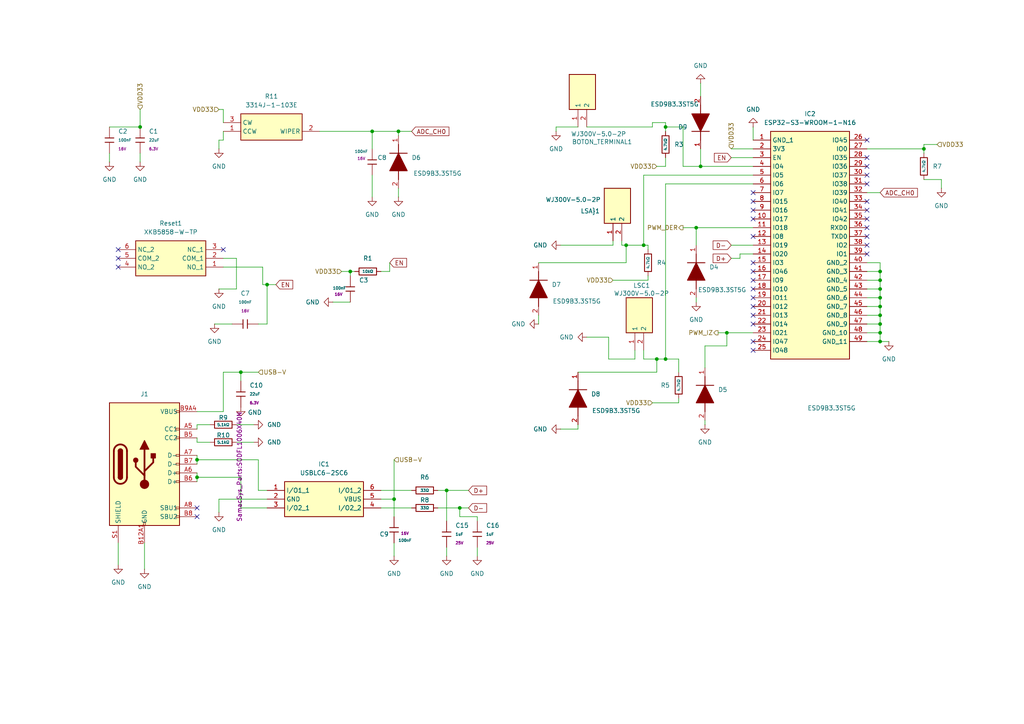
<source format=kicad_sch>
(kicad_sch (version 20250114) (generator "eeschema") (generator_version "9.0")
  (paper "A4")
  (lib_symbols
    (symbol "PCM_JLCPCB-Capacitors:0402,100nF" (pin_numbers (hide yes)) (pin_names (offset 0))
      (property "Reference" "C" (at 2.032 1.668 0))
      (property "Value" "100nF" (at 2.032 -0.3782 0))
      (property "Voltage Rated" "16V" (at 2.032 -2.0462 0))
      (symbol "0402,100nF_1_1"
        (pin passive line (at 0 3.81 270) (length 3.175) (name "~") (number "1"))
        (pin passive line (at 0 -3.81 90) (length 3.175) (name "~") (number "2"))
      )
    )
    (symbol "PCM_JLCPCB-Capacitors:0402,1uF" (pin_numbers (hide yes)) (pin_names (offset 0))
      (property "Reference" "C" (at 2.032 1.668 0))
      (property "Value" "1uF" (at 2.032 -0.3782 0))
      (property "Voltage Rated" "25V" (at 2.032 -2.0462 0))
      (symbol "0402,1uF_1_1"
        (pin passive line (at 0 3.81 270) (length 3.175) (name "~") (number "1"))
        (pin passive line (at 0 -3.81 90) (length 3.175) (name "~") (number "2"))
      )
    )
    (symbol "PCM_JLCPCB-Capacitors:0603,22uF" (pin_numbers (hide yes)) (pin_names (offset 0))
      (property "Reference" "C" (at 2.032 1.668 0))
      (property "Value" "22uF" (at 2.032 -0.3782 0))
      (property "Voltage Rated" "6.3V" (at 2.032 -2.0462 0))
      (symbol "0603,22uF_1_1"
        (pin passive line (at 0 3.81 270) (length 3.175) (name "~") (number "1"))
        (pin passive line (at 0 -3.81 90) (length 3.175) (name "~") (number "2"))
      )
    )
    (symbol "PCM_JLCPCB-Extended:Connector, USB-TYPE-C-16P"
      (property "Reference" "J" (at 2.54 2.54 0))
      (symbol "Connector, USB-TYPE-C-16P_1_1"
        (pin passive line (at -7.62 -22.86 90) (length 5.08) (name "SHIELD") (number "S1"))
        (pin passive line (at 0 -22.86 90) (length 5.08) (hide yes) (name "GND") (number "A12B1"))
        (pin passive line (at 0 -22.86 90) (length 5.08) (name "GND") (number "B12A1"))
        (pin passive line (at 15.24 15.24 180) (length 5.08) (hide yes) (name "VBUS") (number "A9B4"))
        (pin passive line (at 15.24 15.24 180) (length 5.08) (name "VBUS") (number "B9A4"))
        (pin bidirectional line (at 15.24 10.16 180) (length 5.08) (name "CC1") (number "A5"))
        (pin bidirectional line (at 15.24 7.62 180) (length 5.08) (name "CC2") (number "B5"))
        (pin bidirectional line (at 15.24 2.54 180) (length 5.08) (name "D-") (number "A7"))
        (pin bidirectional line (at 15.24 0 180) (length 5.08) (name "D-") (number "B7"))
        (pin bidirectional line (at 15.24 -2.54 180) (length 5.08) (name "D+") (number "A6"))
        (pin bidirectional line (at 15.24 -5.08 180) (length 5.08) (name "D+") (number "B6"))
        (pin bidirectional line (at 15.24 -12.7 180) (length 5.08) (name "SBU1") (number "A8"))
        (pin bidirectional line (at 15.24 -15.24 180) (length 5.08) (name "SBU2") (number "B8"))
      )
    )
    (symbol "PCM_JLCPCB-Resistors:0402,10kΩ" (pin_numbers (hide yes)) (pin_names (offset 0))
      (property "Reference" "R" (at 1.778 0 0))
      (property "Value" "10kΩ" (at 0 0 90))
      (symbol "0402,10kΩ_1_1"
        (pin passive line (at 0 3.81 270) (length 1.27) (name "~") (number "1"))
        (pin passive line (at 0 -3.81 90) (length 1.27) (name "~") (number "2"))
      )
    )
    (symbol "PCM_JLCPCB-Resistors:0402,33Ω" (pin_numbers (hide yes)) (pin_names (offset 0))
      (property "Reference" "R" (at 1.778 0 0))
      (property "Value" "33Ω" (at 0 0 90))
      (symbol "0402,33Ω_1_1"
        (pin passive line (at 0 3.81 270) (length 1.27) (name "~") (number "1"))
        (pin passive line (at 0 -3.81 90) (length 1.27) (name "~") (number "2"))
      )
    )
    (symbol "PCM_JLCPCB-Resistors:0402,4.7kΩ" (pin_numbers (hide yes)) (pin_names (offset 0))
      (property "Reference" "R" (at 1.778 0 0))
      (property "Value" "4.7kΩ" (at 0 0 90))
      (symbol "0402,4.7kΩ_1_1"
        (pin passive line (at 0 3.81 270) (length 1.27) (name "~") (number "1"))
        (pin passive line (at 0 -3.81 90) (length 1.27) (name "~") (number "2"))
      )
    )
    (symbol "PCM_JLCPCB-Resistors:0805,5.1kΩ" (pin_numbers (hide yes)) (pin_names (offset 0))
      (property "Reference" "R" (at 1.778 0 0))
      (property "Value" "5.1kΩ" (at 0 0 90))
      (symbol "0805,5.1kΩ_1_1"
        (pin passive line (at 0 3.81 270) (length 1.27) (name "~") (number "1"))
        (pin passive line (at 0 -3.81 90) (length 1.27) (name "~") (number "2"))
      )
    )
    (symbol "SamacSys_Parts:3314J-1-103E"
      (property "Reference" "R" (at 24.13 7.62 0))
      (property "Value" "3314J-1-103E" (at 24.13 5.08 0))
      (symbol "3314J-1-103E_1_1"
        (pin passive line (at 0 0 0) (length 5.08) (name "WIPER") (number "2"))
        (pin passive line (at 27.94 0 180) (length 5.08) (name "CCW") (number "1"))
        (pin passive line (at 27.94 -2.54 180) (length 5.08) (name "CW") (number "3"))
      )
    )
    (symbol "SamacSys_Parts:ESD9B3.3ST5G" (pin_names (hide yes))
      (property "Reference" "D" (at 11.43 5.08 0))
      (property "Value" "ESD9B3.3ST5G" (at 11.43 2.54 0))
      (symbol "ESD9B3.3ST5G_1_1"
        (pin passive line (at 0 0 0) (length 2.54) (name "K") (number "1"))
        (pin passive line (at 15.24 0 180) (length 2.54) (name "A") (number "2"))
      )
    )
    (symbol "SamacSys_Parts:ESP32-S3-WROOM-1-N16"
      (property "Reference" "IC" (at 29.21 7.62 0))
      (property "Value" "ESP32-S3-WROOM-1-N16" (at 29.21 5.08 0))
      (symbol "ESP32-S3-WROOM-1-N16_1_1"
        (pin passive line (at 0 0 0) (length 5.08) (name "GND_1") (number "1"))
        (pin passive line (at 0 -2.54 0) (length 5.08) (name "3V3") (number "2"))
        (pin passive line (at 0 -5.08 0) (length 5.08) (name "EN") (number "3"))
        (pin passive line (at 0 -7.62 0) (length 5.08) (name "IO4") (number "4"))
        (pin passive line (at 0 -10.16 0) (length 5.08) (name "IO5") (number "5"))
        (pin passive line (at 0 -12.7 0) (length 5.08) (name "IO6") (number "6"))
        (pin passive line (at 0 -15.24 0) (length 5.08) (name "IO7") (number "7"))
        (pin passive line (at 0 -17.78 0) (length 5.08) (name "IO15") (number "8"))
        (pin passive line (at 0 -20.32 0) (length 5.08) (name "IO16") (number "9"))
        (pin passive line (at 0 -22.86 0) (length 5.08) (name "IO17") (number "10"))
        (pin passive line (at 0 -25.4 0) (length 5.08) (name "IO18") (number "11"))
        (pin passive line (at 0 -27.94 0) (length 5.08) (name "IO8") (number "12"))
        (pin passive line (at 0 -30.48 0) (length 5.08) (name "IO19") (number "13"))
        (pin passive line (at 0 -33.02 0) (length 5.08) (name "IO20") (number "14"))
        (pin passive line (at 0 -35.56 0) (length 5.08) (name "IO3") (number "15"))
        (pin passive line (at 0 -38.1 0) (length 5.08) (name "IO46") (number "16"))
        (pin passive line (at 0 -40.64 0) (length 5.08) (name "IO9") (number "17"))
        (pin passive line (at 0 -43.18 0) (length 5.08) (name "IO10") (number "18"))
        (pin passive line (at 0 -45.72 0) (length 5.08) (name "IO11") (number "19"))
        (pin passive line (at 0 -48.26 0) (length 5.08) (name "IO12") (number "20"))
        (pin passive line (at 0 -50.8 0) (length 5.08) (name "IO13") (number "21"))
        (pin passive line (at 0 -53.34 0) (length 5.08) (name "IO14") (number "22"))
        (pin passive line (at 0 -55.88 0) (length 5.08) (name "IO21") (number "23"))
        (pin passive line (at 0 -58.42 0) (length 5.08) (name "IO47") (number "24"))
        (pin passive line (at 0 -60.96 0) (length 5.08) (name "IO48") (number "25"))
        (pin passive line (at 33.02 0 180) (length 5.08) (name "IO45") (number "26"))
        (pin passive line (at 33.02 -2.54 180) (length 5.08) (name "IO0") (number "27"))
        (pin passive line (at 33.02 -5.08 180) (length 5.08) (name "IO35") (number "28"))
        (pin passive line (at 33.02 -7.62 180) (length 5.08) (name "IO36") (number "29"))
        (pin passive line (at 33.02 -10.16 180) (length 5.08) (name "IO37") (number "30"))
        (pin passive line (at 33.02 -12.7 180) (length 5.08) (name "IO38") (number "31"))
        (pin passive line (at 33.02 -15.24 180) (length 5.08) (name "IO39") (number "32"))
        (pin passive line (at 33.02 -17.78 180) (length 5.08) (name "IO40") (number "33"))
        (pin passive line (at 33.02 -20.32 180) (length 5.08) (name "IO41") (number "34"))
        (pin passive line (at 33.02 -22.86 180) (length 5.08) (name "IO42") (number "35"))
        (pin passive line (at 33.02 -25.4 180) (length 5.08) (name "RXD0") (number "36"))
        (pin passive line (at 33.02 -27.94 180) (length 5.08) (name "TXD0") (number "37"))
        (pin passive line (at 33.02 -30.48 180) (length 5.08) (name "IO2") (number "38"))
        (pin passive line (at 33.02 -33.02 180) (length 5.08) (name "IO1") (number "39"))
        (pin passive line (at 33.02 -35.56 180) (length 5.08) (name "GND_2") (number "40"))
        (pin passive line (at 33.02 -38.1 180) (length 5.08) (name "GND_3") (number "41"))
        (pin passive line (at 33.02 -40.64 180) (length 5.08) (name "GND_4") (number "42"))
        (pin passive line (at 33.02 -43.18 180) (length 5.08) (name "GND_5") (number "43"))
        (pin passive line (at 33.02 -45.72 180) (length 5.08) (name "GND_6") (number "44"))
        (pin passive line (at 33.02 -48.26 180) (length 5.08) (name "GND_7") (number "45"))
        (pin passive line (at 33.02 -50.8 180) (length 5.08) (name "GND_8") (number "46"))
        (pin passive line (at 33.02 -53.34 180) (length 5.08) (name "GND_9") (number "47"))
        (pin passive line (at 33.02 -55.88 180) (length 5.08) (name "GND_10") (number "48"))
        (pin passive line (at 33.02 -58.42 180) (length 5.08) (name "GND_11") (number "49"))
      )
    )
    (symbol "SamacSys_Parts:USBLC6-2SC6"
      (property "Reference" "IC" (at 29.21 7.62 0))
      (property "Value" "USBLC6-2SC6" (at 29.21 5.08 0))
      (symbol "USBLC6-2SC6_1_1"
        (pin passive line (at 0 0 0) (length 5.08) (name "I/O1_1") (number "1"))
        (pin passive line (at 0 -2.54 0) (length 5.08) (name "GND") (number "2"))
        (pin passive line (at 0 -5.08 0) (length 5.08) (name "I/O2_1") (number "3"))
        (pin passive line (at 33.02 0 180) (length 5.08) (name "I/O1_2") (number "6"))
        (pin passive line (at 33.02 -2.54 180) (length 5.08) (name "VBUS") (number "5"))
        (pin passive line (at 33.02 -5.08 180) (length 5.08) (name "I/O2_2") (number "4"))
      )
    )
    (symbol "SamacSys_Parts:WJ300V-5.0-2P"
      (property "Reference" "J" (at 16.51 7.62 0))
      (property "Value" "WJ300V-5.0-2P" (at 16.51 5.08 0))
      (symbol "WJ300V-5.0-2P_1_1"
        (pin passive line (at 0 0 0) (length 5.08) (name "1") (number "1"))
        (pin passive line (at 0 -2.54 0) (length 5.08) (name "2") (number "2"))
      )
    )
    (symbol "SamacSys_Parts:XKB5858-W-TP"
      (property "Reference" "S" (at 26.67 7.62 0))
      (property "Value" "XKB5858-W-TP" (at 26.67 5.08 0))
      (symbol "XKB5858-W-TP_1_1"
        (pin passive line (at 0 0 0) (length 5.08) (name "NO_1") (number "1"))
        (pin passive line (at 0 -2.54 0) (length 5.08) (name "COM_1") (number "2"))
        (pin passive line (at 0 -5.08 0) (length 5.08) (name "NC_1") (number "3"))
        (pin passive line (at 30.48 0 180) (length 5.08) (name "NO_2") (number "4"))
        (pin passive line (at 30.48 -2.54 180) (length 5.08) (name "COM_2") (number "5"))
        (pin passive line (at 30.48 -5.08 180) (length 5.08) (name "NC_2") (number "6"))
      )
    )
    (symbol "power:GND" (power) (pin_numbers (hide yes)) (pin_names (offset 0) (hide yes))
      (property "Value" "GND" (at 0 -3.81 0))
      (symbol "GND_1_1"
        (pin power_in line (at 0 0 270) (length 0) (name "~") (number "1"))
      )
    )
  )
  (junction (at 193.04 36.83))
  (junction (at 255.27 86.36))
  (junction (at 255.27 91.44))
  (junction (at 69.85 107.95))
  (junction (at 193.04 104.14))
  (junction (at 255.27 93.98))
  (junction (at 201.93 66.04))
  (junction (at 129.54 142.24))
  (junction (at 133.35 147.32))
  (junction (at 255.27 78.74))
  (junction (at 267.97 43.18))
  (junction (at 186.69 71.12))
  (junction (at 77.47 82.55))
  (junction (at 40.64 36.83))
  (junction (at 181.61 71.12))
  (junction (at 210.82 96.52))
  (junction (at 255.27 99.06))
  (junction (at 57.15 138.43))
  (junction (at 255.27 88.9))
  (junction (at 190.5 104.14))
  (junction (at 255.27 96.52))
  (junction (at 255.27 83.82))
  (junction (at 101.6 78.74))
  (junction (at 115.57 38.1))
  (junction (at 107.95 38.1))
  (junction (at 114.3 144.78))
  (junction (at 255.27 81.28))
  (junction (at 203.2 48.26))
  (junction (at 57.15 133.35))
  (no_connect (at 218.44 78.74))
  (no_connect (at 218.44 58.42))
  (no_connect (at 57.15 149.86))
  (no_connect (at 251.46 71.12))
  (no_connect (at 251.46 40.64))
  (no_connect (at 218.44 93.98))
  (no_connect (at 218.44 81.28))
  (no_connect (at 251.46 63.5))
  (no_connect (at 34.29 72.39))
  (no_connect (at 251.46 66.04))
  (no_connect (at 218.44 101.6))
  (no_connect (at 218.44 99.06))
  (no_connect (at 64.77 72.39))
  (no_connect (at 218.44 88.9))
  (no_connect (at 218.44 55.88))
  (no_connect (at 218.44 63.5))
  (no_connect (at 34.29 74.93))
  (no_connect (at 57.15 147.32))
  (no_connect (at 251.46 60.96))
  (no_connect (at 251.46 48.26))
  (no_connect (at 218.44 86.36))
  (no_connect (at 251.46 68.58))
  (no_connect (at 218.44 68.58))
  (no_connect (at 251.46 58.42))
  (no_connect (at 251.46 53.34))
  (no_connect (at 218.44 83.82))
  (no_connect (at 251.46 73.66))
  (no_connect (at 218.44 76.2))
  (no_connect (at 218.44 91.44))
  (no_connect (at 251.46 50.8))
  (no_connect (at 218.44 60.96))
  (no_connect (at 34.29 77.47))
  (no_connect (at 251.46 45.72))
  (wire (pts (xy 251.46 99.06) (xy 255.27 99.06)))
  (wire (pts (xy 167.64 107.95) (xy 190.5 107.95)))
  (wire (pts (xy 57.15 138.43) (xy 57.15 139.7)))
  (wire (pts (xy 119.38 38.1) (xy 115.57 38.1)))
  (wire (pts (xy 180.34 71.12) (xy 181.61 71.12)))
  (wire (pts (xy 176.53 97.79) (xy 176.53 104.14)))
  (wire (pts (xy 69.85 147.32) (xy 69.85 138.43)))
  (wire (pts (xy 181.61 71.12) (xy 186.69 71.12)))
  (wire (pts (xy 196.85 116.84) (xy 196.85 115.57)))
  (wire (pts (xy 193.04 35.56) (xy 193.04 36.83)))
  (wire (pts (xy 203.2 48.26) (xy 198.12 48.26)))
  (wire (pts (xy 204.47 106.68) (xy 204.47 100.33)))
  (wire (pts (xy 255.27 99.06) (xy 257.81 99.06)))
  (wire (pts (xy 60.96 128.27) (xy 57.15 128.27)))
  (wire (pts (xy 69.85 107.95) (xy 69.85 110.49)))
  (wire (pts (xy 138.43 149.86) (xy 133.35 149.86)))
  (wire (pts (xy 204.47 100.33) (xy 210.82 100.33)))
  (wire (pts (xy 255.27 76.2) (xy 255.27 78.74)))
  (wire (pts (xy 99.06 78.74) (xy 101.6 78.74)))
  (wire (pts (xy 170.18 97.79) (xy 176.53 97.79)))
  (wire (pts (xy 110.49 147.32) (xy 119.38 147.32)))
  (wire (pts (xy 251.46 55.88) (xy 255.27 55.88)))
  (wire (pts (xy 107.95 57.15) (xy 107.95 50.8)))
  (wire (pts (xy 64.77 74.93) (xy 68.58 74.93)))
  (wire (pts (xy 76.2 82.55) (xy 77.47 82.55)))
  (wire (pts (xy 181.61 76.2) (xy 181.61 71.12)))
  (wire (pts (xy 41.91 157.48) (xy 41.91 165.1)))
  (wire (pts (xy 77.47 93.98) (xy 77.47 82.55)))
  (wire (pts (xy 57.15 137.16) (xy 57.15 138.43)))
  (wire (pts (xy 92.71 38.1) (xy 107.95 38.1)))
  (wire (pts (xy 212.09 71.12) (xy 218.44 71.12)))
  (wire (pts (xy 57.15 133.35) (xy 74.93 133.35)))
  (wire (pts (xy 64.77 40.64) (xy 64.77 38.1)))
  (wire (pts (xy 198.12 66.04) (xy 201.93 66.04)))
  (wire (pts (xy 251.46 43.18) (xy 267.97 43.18)))
  (wire (pts (xy 190.5 107.95) (xy 190.5 104.14)))
  (wire (pts (xy 63.5 31.75) (xy 64.77 31.75)))
  (wire (pts (xy 110.49 142.24) (xy 119.38 142.24)))
  (wire (pts (xy 203.2 24.13) (xy 203.2 27.94)))
  (wire (pts (xy 218.44 36.83) (xy 218.44 40.64)))
  (wire (pts (xy 187.96 72.39) (xy 187.96 71.12)))
  (wire (pts (xy 208.28 96.52) (xy 210.82 96.52)))
  (wire (pts (xy 138.43 158.75) (xy 138.43 161.29)))
  (wire (pts (xy 177.8 81.28) (xy 187.96 81.28)))
  (wire (pts (xy 68.58 74.93) (xy 68.58 83.82)))
  (wire (pts (xy 186.69 104.14) (xy 190.5 104.14)))
  (wire (pts (xy 64.77 77.47) (xy 76.2 77.47)))
  (wire (pts (xy 190.5 48.26) (xy 193.04 48.26)))
  (wire (pts (xy 115.57 38.1) (xy 107.95 38.1)))
  (wire (pts (xy 255.27 88.9) (xy 255.27 91.44)))
  (wire (pts (xy 255.27 91.44) (xy 255.27 93.98)))
  (wire (pts (xy 255.27 86.36) (xy 255.27 88.9)))
  (wire (pts (xy 68.58 128.27) (xy 73.66 128.27)))
  (wire (pts (xy 273.05 54.61) (xy 273.05 52.07)))
  (wire (pts (xy 210.82 96.52) (xy 218.44 96.52)))
  (wire (pts (xy 57.15 132.08) (xy 57.15 133.35)))
  (wire (pts (xy 57.15 138.43) (xy 69.85 138.43)))
  (wire (pts (xy 162.56 124.46) (xy 167.64 124.46)))
  (wire (pts (xy 156.21 76.2) (xy 181.61 76.2)))
  (wire (pts (xy 251.46 78.74) (xy 255.27 78.74)))
  (wire (pts (xy 110.49 144.78) (xy 114.3 144.78)))
  (wire (pts (xy 64.77 31.75) (xy 64.77 35.56)))
  (wire (pts (xy 170.18 36.83) (xy 189.23 36.83)))
  (wire (pts (xy 129.54 142.24) (xy 129.54 151.13)))
  (wire (pts (xy 218.44 53.34) (xy 193.04 53.34)))
  (wire (pts (xy 31.75 44.45) (xy 31.75 46.99)))
  (wire (pts (xy 129.54 142.24) (xy 135.89 142.24)))
  (wire (pts (xy 74.93 142.24) (xy 77.47 142.24)))
  (wire (pts (xy 62.23 93.98) (xy 67.31 93.98)))
  (wire (pts (xy 34.29 157.48) (xy 34.29 163.83)))
  (wire (pts (xy 115.57 38.1) (xy 115.57 39.37)))
  (wire (pts (xy 186.69 71.12) (xy 187.96 71.12)))
  (wire (pts (xy 190.5 104.14) (xy 193.04 104.14)))
  (wire (pts (xy 218.44 50.8) (xy 186.69 50.8)))
  (wire (pts (xy 198.12 48.26) (xy 198.12 36.83)))
  (wire (pts (xy 138.43 151.13) (xy 138.43 149.86)))
  (wire (pts (xy 69.85 107.95) (xy 74.93 107.95)))
  (wire (pts (xy 184.15 101.6) (xy 184.15 104.14)))
  (wire (pts (xy 251.46 88.9) (xy 255.27 88.9)))
  (wire (pts (xy 57.15 133.35) (xy 57.15 134.62)))
  (wire (pts (xy 187.96 81.28) (xy 187.96 80.01)))
  (wire (pts (xy 127 142.24) (xy 129.54 142.24)))
  (wire (pts (xy 63.5 40.64) (xy 64.77 40.64)))
  (wire (pts (xy 40.64 31.75) (xy 40.64 36.83)))
  (wire (pts (xy 101.6 80.01) (xy 101.6 78.74)))
  (wire (pts (xy 167.64 36.83) (xy 161.29 36.83)))
  (wire (pts (xy 210.82 100.33) (xy 210.82 96.52)))
  (wire (pts (xy 68.58 123.19) (xy 73.66 123.19)))
  (wire (pts (xy 186.69 101.6) (xy 186.69 104.14)))
  (wire (pts (xy 176.53 104.14) (xy 184.15 104.14)))
  (wire (pts (xy 77.47 82.55) (xy 80.01 82.55)))
  (wire (pts (xy 74.93 93.98) (xy 77.47 93.98)))
  (wire (pts (xy 255.27 96.52) (xy 255.27 99.06)))
  (wire (pts (xy 110.49 78.74) (xy 113.03 78.74)))
  (wire (pts (xy 271.78 41.91) (xy 267.97 41.91)))
  (wire (pts (xy 193.04 36.83) (xy 193.04 38.1)))
  (wire (pts (xy 201.93 66.04) (xy 218.44 66.04)))
  (wire (pts (xy 203.2 43.18) (xy 203.2 48.26)))
  (wire (pts (xy 57.15 128.27) (xy 57.15 127)))
  (wire (pts (xy 127 147.32) (xy 133.35 147.32)))
  (wire (pts (xy 162.56 71.12) (xy 177.8 71.12)))
  (wire (pts (xy 198.12 36.83) (xy 193.04 36.83)))
  (wire (pts (xy 161.29 36.83) (xy 161.29 38.1)))
  (wire (pts (xy 180.34 69.85) (xy 180.34 71.12)))
  (wire (pts (xy 189.23 116.84) (xy 196.85 116.84)))
  (wire (pts (xy 69.85 147.32) (xy 77.47 147.32)))
  (wire (pts (xy 201.93 86.36) (xy 201.93 87.63)))
  (wire (pts (xy 102.87 78.74) (xy 101.6 78.74)))
  (wire (pts (xy 76.2 77.47) (xy 76.2 82.55)))
  (wire (pts (xy 255.27 83.82) (xy 255.27 86.36)))
  (wire (pts (xy 63.5 144.78) (xy 63.5 148.59)))
  (wire (pts (xy 64.77 119.38) (xy 57.15 119.38)))
  (wire (pts (xy 251.46 93.98) (xy 255.27 93.98)))
  (wire (pts (xy 218.44 48.26) (xy 203.2 48.26)))
  (wire (pts (xy 251.46 76.2) (xy 255.27 76.2)))
  (wire (pts (xy 31.75 36.83) (xy 40.64 36.83)))
  (wire (pts (xy 193.04 48.26) (xy 193.04 45.72)))
  (wire (pts (xy 255.27 78.74) (xy 255.27 81.28)))
  (wire (pts (xy 251.46 81.28) (xy 255.27 81.28)))
  (wire (pts (xy 212.09 43.18) (xy 218.44 43.18)))
  (wire (pts (xy 186.69 50.8) (xy 186.69 71.12)))
  (wire (pts (xy 212.09 45.72) (xy 218.44 45.72)))
  (wire (pts (xy 204.47 121.92) (xy 204.47 123.19)))
  (wire (pts (xy 251.46 91.44) (xy 255.27 91.44)))
  (wire (pts (xy 255.27 93.98) (xy 255.27 96.52)))
  (wire (pts (xy 115.57 54.61) (xy 115.57 57.15)))
  (wire (pts (xy 201.93 66.04) (xy 201.93 71.12)))
  (wire (pts (xy 251.46 86.36) (xy 255.27 86.36)))
  (wire (pts (xy 133.35 147.32) (xy 135.89 147.32)))
  (wire (pts (xy 177.8 69.85) (xy 177.8 71.12)))
  (wire (pts (xy 156.21 91.44) (xy 156.21 93.98)))
  (wire (pts (xy 68.58 83.82) (xy 63.5 83.82)))
  (wire (pts (xy 40.64 44.45) (xy 40.64 46.99)))
  (wire (pts (xy 114.3 149.86) (xy 114.3 144.78)))
  (wire (pts (xy 267.97 41.91) (xy 267.97 43.18)))
  (wire (pts (xy 273.05 52.07) (xy 267.97 52.07)))
  (wire (pts (xy 63.5 40.64) (xy 63.5 43.18)))
  (wire (pts (xy 255.27 81.28) (xy 255.27 83.82)))
  (wire (pts (xy 133.35 149.86) (xy 133.35 147.32)))
  (wire (pts (xy 193.04 53.34) (xy 193.04 104.14)))
  (wire (pts (xy 114.3 133.35) (xy 114.3 144.78)))
  (wire (pts (xy 251.46 83.82) (xy 255.27 83.82)))
  (wire (pts (xy 74.93 133.35) (xy 74.93 142.24)))
  (wire (pts (xy 57.15 123.19) (xy 60.96 123.19)))
  (wire (pts (xy 251.46 96.52) (xy 255.27 96.52)))
  (wire (pts (xy 196.85 104.14) (xy 196.85 107.95)))
  (wire (pts (xy 113.03 76.2) (xy 113.03 78.74)))
  (wire (pts (xy 167.64 124.46) (xy 167.64 123.19)))
  (wire (pts (xy 96.52 87.63) (xy 101.6 87.63)))
  (wire (pts (xy 57.15 124.46) (xy 57.15 123.19)))
  (wire (pts (xy 189.23 36.83) (xy 189.23 35.56)))
  (wire (pts (xy 64.77 107.95) (xy 69.85 107.95)))
  (wire (pts (xy 267.97 43.18) (xy 267.97 44.45)))
  (wire (pts (xy 107.95 38.1) (xy 107.95 43.18)))
  (wire (pts (xy 114.3 157.48) (xy 114.3 161.29)))
  (wire (pts (xy 214.63 73.66) (xy 218.44 73.66)))
  (wire (pts (xy 129.54 158.75) (xy 129.54 161.29)))
  (wire (pts (xy 214.63 74.93) (xy 214.63 73.66)))
  (wire (pts (xy 64.77 107.95) (xy 64.77 119.38)))
  (wire (pts (xy 193.04 104.14) (xy 196.85 104.14)))
  (wire (pts (xy 77.47 144.78) (xy 63.5 144.78)))
  (wire (pts (xy 212.09 74.93) (xy 214.63 74.93)))
  (wire (pts (xy 189.23 35.56) (xy 193.04 35.56)))
  (global_label "EN" (shape input) (at 80.01 82.55 0) (property "Intersheetrefs" "${INTERSHEET_REFS}" (effects (hide yes))))
  (global_label "ADC_CH0" (shape input) (at 255.27 55.88 0) (property "Intersheetrefs" "${INTERSHEET_REFS}" (effects (hide yes))))
  (global_label "EN" (shape input) (at 113.03 76.2 0) (property "Intersheetrefs" "${INTERSHEET_REFS}" (effects (hide yes))))
  (global_label "D+" (shape input) (at 212.09 74.93 180) (property "Intersheetrefs" "${INTERSHEET_REFS}" (effects (hide yes))))
  (global_label "ADC_CH0" (shape input) (at 119.38 38.1 0) (property "Intersheetrefs" "${INTERSHEET_REFS}" (effects (hide yes))))
  (global_label "D+" (shape input) (at 135.89 142.24 0) (property "Intersheetrefs" "${INTERSHEET_REFS}" (effects (hide yes))))
  (global_label "EN" (shape input) (at 212.09 45.72 180) (property "Intersheetrefs" "${INTERSHEET_REFS}" (effects (hide yes))))
  (global_label "D-" (shape input) (at 212.09 71.12 180) (property "Intersheetrefs" "${INTERSHEET_REFS}" (effects (hide yes))))
  (global_label "D-" (shape input) (at 135.89 147.32 0) (property "Intersheetrefs" "${INTERSHEET_REFS}" (effects (hide yes))))
  (hierarchical_label "USB-V" (shape input) (at 114.3 133.35 0))
  (hierarchical_label "VDD33" (shape input) (at 190.5 48.26 180))
  (hierarchical_label "VDD33" (shape input) (at 212.09 43.18 90))
  (hierarchical_label "USB-V" (shape input) (at 74.93 107.95 0))
  (hierarchical_label "VDD33" (shape input) (at 40.64 31.75 90))
  (hierarchical_label "VDD33" (shape input) (at 271.78 41.91 0))
  (hierarchical_label "PWM_DER" (shape output) (at 198.12 66.04 180))
  (hierarchical_label "PWM_IZ" (shape output) (at 208.28 96.52 180))
  (hierarchical_label "VDD33" (shape input) (at 63.5 31.75 180))
  (hierarchical_label "VDD33" (shape input) (at 99.06 78.74 180))
  (hierarchical_label "VDD33" (shape input) (at 177.8 81.28 180))
  (hierarchical_label "VDD33" (shape input) (at 189.23 116.84 180))
  (symbol (lib_id "power:GND") (at 115.57 57.15 0) (unit 1)
    (property "Reference" "#PWR038" (effects (hide yes)))
    (property "Value" "GND" (at 115.57 62.23 0))
    (property "Description" "Power symbol creates a global label with name \"GND\" , ground" (effects (hide yes)))
  )
  (symbol (lib_id "SamacSys_Parts:ESD9B3.3ST5G") (at 204.47 106.68 270) (unit 1)
    (property "Reference" "D5" (at 208.28 113.0299 90) (effects (justify left)))
    (property "Value" "ESD9B3.3ST5G" (at 234.188 118.364 90) (effects (justify left)))
    (property "Footprint" "SamacSys_Parts:SODFL1006X40N" (effects (hide yes)))
    (property "Datasheet" "https://www.onsemi.com/pub/Collateral/ESD9B-D.PDF" (effects (hide yes)))
    (property "Description" "SZ Prefix for Automotive and Other Applications Requiring Unique Site and Control Change Requirements ; AECQ101 Qualified and PPAP Capable ; This is a PbFree Device; Low Capacitance 15 pF; Low Clamping Voltage; Small Body Outline Dimensions: 0.039 x 0.024 (1.0mm x 0.60mm); Low Body Height: 0.016 (0.4 mm); Response Time is < 1 ns; IEC6100042 Level 4 ESD Protection; Low Leakage" (effects (hide yes)))
    (property "Height" "0.4" (effects (hide yes)))
    (property "Manufacturer_Name" "onsemi" (effects (hide yes)))
    (property "Manufacturer_Part_Number" "ESD9B3.3ST5G" (effects (hide yes)))
    (property "Mouser Part Number" "863-ESD9B3.3ST5G" (effects (hide yes)))
    (property "Mouser Price/Stock" "https://www.mouser.co.uk/ProductDetail/onsemi/ESD9B3.3ST5G?qs=yU2N9dt%252BrfmXrPf3vhgUEA%3D%3D" (effects (hide yes)))
    (property "Arrow Part Number" "ESD9B3.3ST5G" (effects (hide yes)))
    (property "Arrow Price/Stock" "https://www.arrow.com/en/products/esd9b3.3st5g/on-semiconductor?region=nac" (effects (hide yes)))
  )
  (symbol (lib_id "power:GND") (at 63.5 83.82 0) (unit 1)
    (property "Reference" "#PWR06" (effects (hide yes)))
    (property "Value" "GND" (at 63.5 88.9 0))
    (property "Description" "Power symbol creates a global label with name \"GND\" , ground" (effects (hide yes)))
  )
  (symbol (lib_id "power:GND") (at 273.05 54.61 0) (unit 1)
    (property "Reference" "#PWR034" (effects (hide yes)))
    (property "Value" "GND" (at 273.05 59.69 0))
    (property "Description" "Power symbol creates a global label with name \"GND\" , ground" (effects (hide yes)))
  )
  (symbol (lib_id "PCM_JLCPCB-Resistors:0402,4.7kΩ") (at 267.97 48.26 0) (unit 1)
    (property "Reference" "R7" (at 270.51 48.2599 0) (effects (justify left)))
    (property "Value" "4.7kΩ" (at 267.97 48.26 90) (effects (font (size 0.8 0.8))))
    (property "Footprint" "PCM_JLCPCB:R_0402" (effects (hide yes)))
    (property "Datasheet" "https://www.lcsc.com/datasheet/lcsc_datasheet_2206010045_UNI-ROYAL-Uniroyal-Elec-0402WGF4701TCE_C25900.pdf" (effects (hide yes)))
    (property "Description" "62.5mW Thick Film Resistors 50V ±100ppm/°C ±1% 4.7kΩ 0402 Chip Resistor - Surface Mount ROHS" (effects (hide yes)))
    (property "LCSC" "C25900" (effects (hide yes)))
    (property "Stock" "5275797" (effects (hide yes)))
    (property "Price" "0.004USD" (effects (hide yes)))
    (property "Process" "SMT" (effects (hide yes)))
    (property "Minimum Qty" "20" (effects (hide yes)))
    (property "Attrition Qty" "10" (effects (hide yes)))
    (property "Class" "Basic Component" (effects (hide yes)))
    (property "Category" "Resistors,Chip Resistor - Surface Mount" (effects (hide yes)))
    (property "Manufacturer" "UNI-ROYAL(Uniroyal Elec)" (effects (hide yes)))
    (property "Part" "0402WGF4701TCE" (effects (hide yes)))
    (property "Resistance" "4.7kΩ" (effects (hide yes)))
    (property "Power(Watts)" "62.5mW" (effects (hide yes)))
    (property "Type" "Thick Film Resistors" (effects (hide yes)))
    (property "Overload Voltage (Max)" "50V" (effects (hide yes)))
    (property "Operating Temperature Range" "-55°C~+155°C" (effects (hide yes)))
    (property "Tolerance" "±1%" (effects (hide yes)))
    (property "Temperature Coefficient" "±100ppm/°C" (effects (hide yes)))
  )
  (symbol (lib_id "power:GND") (at 69.85 118.11 0) (unit 1)
    (property "Reference" "#PWR023" (effects (hide yes)))
    (property "Value" "GND" (at 73.914 119.634 0))
    (property "Description" "Power symbol creates a global label with name \"GND\" , ground" (effects (hide yes)))
  )
  (symbol (lib_id "power:GND") (at 63.5 148.59 0) (unit 1)
    (property "Reference" "#PWR015" (effects (hide yes)))
    (property "Value" "GND" (at 63.5 153.67 0))
    (property "Description" "Power symbol creates a global label with name \"GND\" , ground" (effects (hide yes)))
  )
  (symbol (lib_id "SamacSys_Parts:ESD9B3.3ST5G") (at 203.2 43.18 90) (unit 1)
    (property "Reference" "D9" (at 199.39 36.8301 90) (effects (justify left)))
    (property "Value" "ESD9B3.3ST5G" (at 202.692 30.226 90) (effects (justify left)))
    (property "Footprint" "SamacSys_Parts:SODFL1006X40N" (effects (hide yes)))
    (property "Datasheet" "https://www.onsemi.com/pub/Collateral/ESD9B-D.PDF" (effects (hide yes)))
    (property "Description" "SZ Prefix for Automotive and Other Applications Requiring Unique Site and Control Change Requirements ; AECQ101 Qualified and PPAP Capable ; This is a PbFree Device; Low Capacitance 15 pF; Low Clamping Voltage; Small Body Outline Dimensions: 0.039 x 0.024 (1.0mm x 0.60mm); Low Body Height: 0.016 (0.4 mm); Response Time is < 1 ns; IEC6100042 Level 4 ESD Protection; Low Leakage" (effects (hide yes)))
    (property "Height" "0.4" (effects (hide yes)))
    (property "Manufacturer_Name" "onsemi" (effects (hide yes)))
    (property "Manufacturer_Part_Number" "ESD9B3.3ST5G" (effects (hide yes)))
    (property "Mouser Part Number" "863-ESD9B3.3ST5G" (effects (hide yes)))
    (property "Mouser Price/Stock" "https://www.mouser.co.uk/ProductDetail/onsemi/ESD9B3.3ST5G?qs=yU2N9dt%252BrfmXrPf3vhgUEA%3D%3D" (effects (hide yes)))
    (property "Arrow Part Number" "ESD9B3.3ST5G" (effects (hide yes)))
    (property "Arrow Price/Stock" "https://www.arrow.com/en/products/esd9b3.3st5g/on-semiconductor?region=nac" (effects (hide yes)))
  )
  (symbol (lib_id "power:GND") (at 73.66 128.27 90) (unit 1)
    (property "Reference" "#PWR010" (effects (hide yes)))
    (property "Value" "GND" (at 77.47 128.2699 90) (effects (justify right)))
    (property "Description" "Power symbol creates a global label with name \"GND\" , ground" (effects (hide yes)))
  )
  (symbol (lib_id "power:GND") (at 114.3 161.29 0) (unit 1)
    (property "Reference" "#PWR016" (effects (hide yes)))
    (property "Value" "GND" (at 114.3 166.37 0))
    (property "Description" "Power symbol creates a global label with name \"GND\" , ground" (effects (hide yes)))
  )
  (symbol (lib_id "SamacSys_Parts:WJ300V-5.0-2P") (at 167.64 36.83 90) (unit 1)
    (property "Reference" "BOTON_TERMINAL1" (at 165.862 41.148 90) (effects (justify right)))
    (property "Value" "WJ300V-5.0-2P" (at 165.608 38.862 90) (effects (justify right)))
    (property "Footprint" "SHDR2W105P0X500_1X2_1000X900X1260P" (effects (hide yes)))
    (property "Datasheet" "https://datasheet.lcsc.com/szlcsc/Ningbo-Kangnex-Elec-WJ300V-5-0-2P_C8385.pdf" (effects (hide yes)))
    (property "Description" "Screw terminal 2P RoHS" (effects (hide yes)))
    (property "Height" "12.6" (effects (hide yes)))
    (property "Manufacturer_Name" "Ningbo Kangnex" (effects (hide yes)))
    (property "Manufacturer_Part_Number" "WJ300V-5.0-2P" (effects (hide yes)))
  )
  (symbol (lib_id "SamacSys_Parts:USBLC6-2SC6") (at 77.47 142.24 0) (unit 1)
    (property "Reference" "IC1" (at 93.98 134.62 0))
    (property "Value" "USBLC6-2SC6" (at 93.98 137.16 0))
    (property "Footprint" "SamacSys_Parts:SOT95P280X145-6N" (effects (hide yes)))
    (property "Datasheet" "http://www.st.com/st-web-ui/static/active/en/resource/technical/document/datasheet/CD00050750.pdf" (effects (hide yes)))
    (property "Description" "TVS Diode Array Uni-Directional USBLC6-2SC6 17V, SOT-23 6-Pin" (effects (hide yes)))
    (property "Height" "1.45" (effects (hide yes)))
    (property "Manufacturer_Name" "STMicroelectronics" (effects (hide yes)))
    (property "Manufacturer_Part_Number" "USBLC6-2SC6" (effects (hide yes)))
    (property "Mouser Part Number" "511-USBLC6-2SC6" (effects (hide yes)))
    (property "Mouser Price/Stock" "https://www.mouser.co.uk/ProductDetail/STMicroelectronics/USBLC6-2SC6?qs=po45yt2pPpu%2FhNIlwQdTlg%3D%3D" (effects (hide yes)))
    (property "Arrow Part Number" "USBLC6-2SC6" (effects (hide yes)))
    (property "Arrow Price/Stock" "https://www.arrow.com/en/products/usblc6-2sc6/stmicroelectronics?utm_currency=USD&region=europe" (effects (hide yes)))
  )
  (symbol (lib_id "SamacSys_Parts:XKB5858-W-TP") (at 64.77 77.47 180) (unit 1)
    (property "Reference" "Reset1" (at 49.53 64.77 0))
    (property "Value" "XKB5858-W-TP" (at 49.53 67.31 0))
    (property "Footprint" "SamacSys_Parts:XKB5858WTP" (effects (hide yes)))
    (property "Datasheet" "http://www.helloxkb.com/public/images/pdf/XKB5858-X-TP.pdf" (effects (hide yes)))
    (property "Description" "Button switch 5.8x5.8x10 patch lockless high head" (effects (hide yes)))
    (property "Height" "10.6" (effects (hide yes)))
    (property "Manufacturer_Name" "XKB Connectivity" (effects (hide yes)))
    (property "Manufacturer_Part_Number" "XKB5858-W-TP" (effects (hide yes)))
  )
  (symbol (lib_id "power:GND") (at 96.52 87.63 270) (unit 1)
    (property "Reference" "#PWR019" (effects (hide yes)))
    (property "Value" "GND" (at 92.71 87.6299 90) (effects (justify right)))
    (property "Description" "Power symbol creates a global label with name \"GND\" , ground" (effects (hide yes)))
  )
  (symbol (lib_id "PCM_JLCPCB-Capacitors:0402,100nF") (at 107.95 46.99 0) (unit 1)
    (property "Reference" "C8" (at 109.474 45.72 0) (effects (justify left)))
    (property "Value" "100nF" (at 102.87 43.942 0) (effects (font (size 0.8 0.8)) (justify left)))
    (property "Footprint" "PCM_JLCPCB:C_0402" (effects (hide yes)))
    (property "Datasheet" "https://www.lcsc.com/datasheet/lcsc_datasheet_2304140030_Samsung-Electro-Mechanics-CL05B104KO5NNNC_C1525.pdf" (effects (hide yes)))
    (property "Description" "16V 100nF X7R ±10% 0402 Multilayer Ceramic Capacitors MLCC - SMD/SMT ROHS" (effects (hide yes)))
    (property "LCSC" "C1525" (effects (hide yes)))
    (property "Stock" "17299152" (effects (hide yes)))
    (property "Price" "0.004USD" (effects (hide yes)))
    (property "Process" "SMT" (effects (hide yes)))
    (property "Minimum Qty" "20" (effects (hide yes)))
    (property "Attrition Qty" "10" (effects (hide yes)))
    (property "Class" "Basic Component" (effects (hide yes)))
    (property "Category" "Capacitors,Multilayer Ceramic Capacitors MLCC - SMD/SMT" (effects (hide yes)))
    (property "Manufacturer" "Samsung Electro-Mechanics" (effects (hide yes)))
    (property "Part" "CL05B104KO5NNNC" (effects (hide yes)))
    (property "Voltage Rated" "16V" (at 103.632 45.974 0) (effects (font (size 0.8 0.8)) (justify left)))
    (property "Tolerance" "±10%" (effects (hide yes)))
    (property "Capacitance" "100nF" (effects (hide yes)))
    (property "Temperature Coefficient" "X7R" (effects (hide yes)))
  )
  (symbol (lib_id "PCM_JLCPCB-Capacitors:0603,22uF") (at 69.85 114.3 0) (unit 1)
    (property "Reference" "C10" (at 72.39 111.7599 0) (effects (justify left)))
    (property "Value" "22uF" (at 72.39 114.3 0) (effects (font (size 0.8 0.8)) (justify left)))
    (property "Footprint" "PCM_JLCPCB:C_0603" (effects (hide yes)))
    (property "Datasheet" "https://www.lcsc.com/datasheet/lcsc_datasheet_2304140030_Samsung-Electro-Mechanics-CL10A226MQ8NRNC_C59461.pdf" (effects (hide yes)))
    (property "Description" "6.3V 22uF X5R ±20% 0603 Multilayer Ceramic Capacitors MLCC - SMD/SMT ROHS" (effects (hide yes)))
    (property "LCSC" "C59461" (effects (hide yes)))
    (property "Stock" "4782535" (effects (hide yes)))
    (property "Price" "0.010USD" (effects (hide yes)))
    (property "Process" "SMT" (effects (hide yes)))
    (property "Minimum Qty" "20" (effects (hide yes)))
    (property "Attrition Qty" "10" (effects (hide yes)))
    (property "Class" "Basic Component" (effects (hide yes)))
    (property "Category" "Capacitors,Multilayer Ceramic Capacitors MLCC - SMD/SMT" (effects (hide yes)))
    (property "Manufacturer" "Samsung Electro-Mechanics" (effects (hide yes)))
    (property "Part" "CL10A226MQ8NRNC" (effects (hide yes)))
    (property "Voltage Rated" "6.3V" (at 72.39 116.84 0) (effects (font (size 0.8 0.8)) (justify left)))
    (property "Tolerance" "±20%" (effects (hide yes)))
    (property "Capacitance" "22uF" (effects (hide yes)))
    (property "Temperature Coefficient" "X5R" (effects (hide yes)))
  )
  (symbol (lib_id "power:GND") (at 204.47 123.19 0) (unit 1)
    (property "Reference" "#PWR037" (effects (hide yes)))
    (property "Value" "GND" (at 204.47 128.27 0))
    (property "Description" "Power symbol creates a global label with name \"GND\" , ground" (effects (hide yes)))
  )
  (symbol (lib_id "PCM_JLCPCB-Capacitors:0402,100nF") (at 114.3 153.67 180) (unit 1)
    (property "Reference" "C9" (at 112.776 154.94 0) (effects (justify left)))
    (property "Value" "100nF" (at 119.38 156.718 0) (effects (font (size 0.8 0.8)) (justify left)))
    (property "Footprint" "PCM_JLCPCB:C_0402" (effects (hide yes)))
    (property "Datasheet" "https://www.lcsc.com/datasheet/lcsc_datasheet_2304140030_Samsung-Electro-Mechanics-CL05B104KO5NNNC_C1525.pdf" (effects (hide yes)))
    (property "Description" "16V 100nF X7R ±10% 0402 Multilayer Ceramic Capacitors MLCC - SMD/SMT ROHS" (effects (hide yes)))
    (property "LCSC" "C1525" (effects (hide yes)))
    (property "Stock" "17299152" (effects (hide yes)))
    (property "Price" "0.004USD" (effects (hide yes)))
    (property "Process" "SMT" (effects (hide yes)))
    (property "Minimum Qty" "20" (effects (hide yes)))
    (property "Attrition Qty" "10" (effects (hide yes)))
    (property "Class" "Basic Component" (effects (hide yes)))
    (property "Category" "Capacitors,Multilayer Ceramic Capacitors MLCC - SMD/SMT" (effects (hide yes)))
    (property "Manufacturer" "Samsung Electro-Mechanics" (effects (hide yes)))
    (property "Part" "CL05B104KO5NNNC" (effects (hide yes)))
    (property "Voltage Rated" "16V" (at 118.618 154.686 0) (effects (font (size 0.8 0.8)) (justify left)))
    (property "Tolerance" "±10%" (effects (hide yes)))
    (property "Capacitance" "100nF" (effects (hide yes)))
    (property "Temperature Coefficient" "X7R" (effects (hide yes)))
  )
  (symbol (lib_id "SamacSys_Parts:ESD9B3.3ST5G") (at 115.57 39.37 270) (unit 1)
    (property "Reference" "D6" (at 119.38 45.7199 90) (effects (justify left)))
    (property "Value" "ESD9B3.3ST5G" (at 119.888 50.292 90) (effects (justify left)))
    (property "Footprint" "SamacSys_Parts:SODFL1006X40N" (effects (hide yes)))
    (property "Datasheet" "https://www.onsemi.com/pub/Collateral/ESD9B-D.PDF" (effects (hide yes)))
    (property "Description" "SZ Prefix for Automotive and Other Applications Requiring Unique Site and Control Change Requirements ; AECQ101 Qualified and PPAP Capable ; This is a PbFree Device; Low Capacitance 15 pF; Low Clamping Voltage; Small Body Outline Dimensions: 0.039 x 0.024 (1.0mm x 0.60mm); Low Body Height: 0.016 (0.4 mm); Response Time is < 1 ns; IEC6100042 Level 4 ESD Protection; Low Leakage" (effects (hide yes)))
    (property "Height" "0.4" (effects (hide yes)))
    (property "Manufacturer_Name" "onsemi" (effects (hide yes)))
    (property "Manufacturer_Part_Number" "ESD9B3.3ST5G" (effects (hide yes)))
    (property "Mouser Part Number" "863-ESD9B3.3ST5G" (effects (hide yes)))
    (property "Mouser Price/Stock" "https://www.mouser.co.uk/ProductDetail/onsemi/ESD9B3.3ST5G?qs=yU2N9dt%252BrfmXrPf3vhgUEA%3D%3D" (effects (hide yes)))
    (property "Arrow Part Number" "ESD9B3.3ST5G" (effects (hide yes)))
    (property "Arrow Price/Stock" "https://www.arrow.com/en/products/esd9b3.3st5g/on-semiconductor?region=nac" (effects (hide yes)))
  )
  (symbol (lib_id "PCM_JLCPCB-Resistors:0402,33Ω") (at 123.19 142.24 270) (unit 1)
    (property "Reference" "R6" (at 123.19 138.43 90))
    (property "Value" "33Ω" (at 123.19 142.24 90) (effects (font (size 0.8 0.8))))
    (property "Footprint" "PCM_JLCPCB:R_0402" (effects (hide yes)))
    (property "Datasheet" "https://www.lcsc.com/datasheet/lcsc_datasheet_2205311900_UNI-ROYAL-Uniroyal-Elec-0402WGF330JTCE_C25105.pdf" (effects (hide yes)))
    (property "Description" "62.5mW Thick Film Resistors 50V ±100ppm/°C ±1% 33Ω 0402 Chip Resistor - Surface Mount ROHS" (effects (hide yes)))
    (property "LCSC" "C25105" (effects (hide yes)))
    (property "Stock" "1542442" (effects (hide yes)))
    (property "Price" "0.004USD" (effects (hide yes)))
    (property "Process" "SMT" (effects (hide yes)))
    (property "Minimum Qty" "20" (effects (hide yes)))
    (property "Attrition Qty" "10" (effects (hide yes)))
    (property "Class" "Basic Component" (effects (hide yes)))
    (property "Category" "Resistors,Chip Resistor - Surface Mount" (effects (hide yes)))
    (property "Manufacturer" "UNI-ROYAL(Uniroyal Elec)" (effects (hide yes)))
    (property "Part" "0402WGF330JTCE" (effects (hide yes)))
    (property "Resistance" "33Ω" (effects (hide yes)))
    (property "Power(Watts)" "62.5mW" (effects (hide yes)))
    (property "Type" "Thick Film Resistors" (effects (hide yes)))
    (property "Overload Voltage (Max)" "50V" (effects (hide yes)))
    (property "Operating Temperature Range" "-55°C~+155°C" (effects (hide yes)))
    (property "Tolerance" "±1%" (effects (hide yes)))
    (property "Temperature Coefficient" "±100ppm/°C" (effects (hide yes)))
  )
  (symbol (lib_id "power:GND") (at 73.66 123.19 90) (unit 1)
    (property "Reference" "#PWR09" (effects (hide yes)))
    (property "Value" "GND" (at 77.47 123.1899 90) (effects (justify right)))
    (property "Description" "Power symbol creates a global label with name \"GND\" , ground" (effects (hide yes)))
  )
  (symbol (lib_id "PCM_JLCPCB-Capacitors:0402,1uF") (at 129.54 154.94 0) (unit 1)
    (property "Reference" "C15" (at 132.08 152.3999 0) (effects (justify left)))
    (property "Value" "1uF" (at 132.08 154.94 0) (effects (font (size 0.8 0.8)) (justify left)))
    (property "Footprint" "PCM_JLCPCB:C_0402" (effects (hide yes)))
    (property "Datasheet" "https://www.lcsc.com/datasheet/lcsc_datasheet_2304140030_Samsung-Electro-Mechanics-CL05A105KA5NQNC_C52923.pdf" (effects (hide yes)))
    (property "Description" "25V 1uF X5R ±10% 0402 Multilayer Ceramic Capacitors MLCC - SMD/SMT ROHS" (effects (hide yes)))
    (property "LCSC" "C52923" (effects (hide yes)))
    (property "Stock" "5086284" (effects (hide yes)))
    (property "Price" "0.006USD" (effects (hide yes)))
    (property "Process" "SMT" (effects (hide yes)))
    (property "Minimum Qty" "20" (effects (hide yes)))
    (property "Attrition Qty" "10" (effects (hide yes)))
    (property "Class" "Basic Component" (effects (hide yes)))
    (property "Category" "Capacitors,Multilayer Ceramic Capacitors MLCC - SMD/SMT" (effects (hide yes)))
    (property "Manufacturer" "Samsung Electro-Mechanics" (effects (hide yes)))
    (property "Part" "CL05A105KA5NQNC" (effects (hide yes)))
    (property "Voltage Rated" "25V" (at 132.08 157.48 0) (effects (font (size 0.8 0.8)) (justify left)))
    (property "Tolerance" "±10%" (effects (hide yes)))
    (property "Capacitance" "1uF" (effects (hide yes)))
    (property "Temperature Coefficient" "X5R" (effects (hide yes)))
  )
  (symbol (lib_id "power:GND") (at 162.56 71.12 270) (unit 1)
    (property "Reference" "#PWR011" (effects (hide yes)))
    (property "Value" "GND" (at 158.75 71.1199 90) (effects (justify right)))
    (property "Description" "Power symbol creates a global label with name \"GND\" , ground" (effects (hide yes)))
  )
  (symbol (lib_id "SamacSys_Parts:WJ300V-5.0-2P") (at 184.15 101.6 90) (unit 1)
    (property "Reference" "LSC1" (at 183.642 82.804 90) (effects (justify right)))
    (property "Value" "WJ300V-5.0-2P" (at 178.054 85.09 90) (effects (justify right)))
    (property "Footprint" "SamacSys_Parts:SHDR2W105P0X500_1X2_1000X900X1260P" (effects (hide yes)))
    (property "Datasheet" "https://datasheet.lcsc.com/szlcsc/Ningbo-Kangnex-Elec-WJ300V-5-0-2P_C8385.pdf" (effects (hide yes)))
    (property "Description" "Screw terminal 2P RoHS" (effects (hide yes)))
    (property "Height" "12.6" (effects (hide yes)))
    (property "Manufacturer_Name" "Ningbo Kangnex" (effects (hide yes)))
    (property "Manufacturer_Part_Number" "WJ300V-5.0-2P" (effects (hide yes)))
  )
  (symbol (lib_id "PCM_JLCPCB-Capacitors:0402,100nF") (at 31.75 40.64 0) (unit 1)
    (property "Reference" "C2" (at 34.29 38.0999 0) (effects (justify left)))
    (property "Value" "100nF" (at 34.29 40.64 0) (effects (font (size 0.8 0.8)) (justify left)))
    (property "Footprint" "PCM_JLCPCB:C_0402" (effects (hide yes)))
    (property "Datasheet" "https://www.lcsc.com/datasheet/lcsc_datasheet_2304140030_Samsung-Electro-Mechanics-CL05B104KO5NNNC_C1525.pdf" (effects (hide yes)))
    (property "Description" "16V 100nF X7R ±10% 0402 Multilayer Ceramic Capacitors MLCC - SMD/SMT ROHS" (effects (hide yes)))
    (property "LCSC" "C1525" (effects (hide yes)))
    (property "Stock" "17299152" (effects (hide yes)))
    (property "Price" "0.004USD" (effects (hide yes)))
    (property "Process" "SMT" (effects (hide yes)))
    (property "Minimum Qty" "20" (effects (hide yes)))
    (property "Attrition Qty" "10" (effects (hide yes)))
    (property "Class" "Basic Component" (effects (hide yes)))
    (property "Category" "Capacitors,Multilayer Ceramic Capacitors MLCC - SMD/SMT" (effects (hide yes)))
    (property "Manufacturer" "Samsung Electro-Mechanics" (effects (hide yes)))
    (property "Part" "CL05B104KO5NNNC" (effects (hide yes)))
    (property "Voltage Rated" "16V" (at 34.29 43.18 0) (effects (font (size 0.8 0.8)) (justify left)))
    (property "Tolerance" "±10%" (effects (hide yes)))
    (property "Capacitance" "100nF" (effects (hide yes)))
    (property "Temperature Coefficient" "X7R" (effects (hide yes)))
  )
  (symbol (lib_id "PCM_JLCPCB-Resistors:0805,5.1kΩ") (at 64.77 123.19 90) (unit 1)
    (property "Reference" "R9" (at 64.77 121.158 90))
    (property "Value" "5.1kΩ" (at 64.77 123.19 90) (effects (font (size 0.8 0.8))))
    (property "Footprint" "PCM_JLCPCB:R_0805" (effects (hide yes)))
    (property "Datasheet" "https://www.lcsc.com/datasheet/lcsc_datasheet_2206010030_UNI-ROYAL-Uniroyal-Elec-0805W8F5101T5E_C27834.pdf" (effects (hide yes)))
    (property "Description" "125mW Thick Film Resistors 150V ±100ppm/°C ±1% 5.1kΩ 0805 Chip Resistor - Surface Mount ROHS" (effects (hide yes)))
    (property "LCSC" "C27834" (effects (hide yes)))
    (property "Stock" "2044387" (effects (hide yes)))
    (property "Price" "0.005USD" (effects (hide yes)))
    (property "Process" "SMT" (effects (hide yes)))
    (property "Minimum Qty" "20" (effects (hide yes)))
    (property "Attrition Qty" "10" (effects (hide yes)))
    (property "Class" "Basic Component" (effects (hide yes)))
    (property "Category" "Resistors,Chip Resistor - Surface Mount" (effects (hide yes)))
    (property "Manufacturer" "UNI-ROYAL(Uniroyal Elec)" (effects (hide yes)))
    (property "Part" "0805W8F5101T5E" (effects (hide yes)))
    (property "Resistance" "5.1kΩ" (effects (hide yes)))
    (property "Power(Watts)" "125mW" (effects (hide yes)))
    (property "Type" "Thick Film Resistors" (effects (hide yes)))
    (property "Overload Voltage (Max)" "150V" (effects (hide yes)))
    (property "Operating Temperature Range" "-55°C~+155°C" (effects (hide yes)))
    (property "Tolerance" "±1%" (effects (hide yes)))
    (property "Temperature Coefficient" "±100ppm/°C" (effects (hide yes)))
  )
  (symbol (lib_id "power:GND") (at 161.29 38.1 0) (unit 1)
    (property "Reference" "#PWR018" (effects (hide yes)))
    (property "Value" "GND" (at 161.29 43.18 0))
    (property "Description" "Power symbol creates a global label with name \"GND\" , ground" (effects (hide yes)))
  )
  (symbol (lib_id "power:GND") (at 162.56 124.46 270) (unit 1)
    (property "Reference" "#PWR040" (effects (hide yes)))
    (property "Value" "GND" (at 158.75 124.4599 90) (effects (justify right)))
    (property "Description" "Power symbol creates a global label with name \"GND\" , ground" (effects (hide yes)))
  )
  (symbol (lib_id "SamacSys_Parts:ESD9B3.3ST5G") (at 167.64 107.95 270) (unit 1)
    (property "Reference" "D8" (at 171.45 114.2999 90) (effects (justify left)))
    (property "Value" "ESD9B3.3ST5G" (at 171.704 119.126 90) (effects (justify left)))
    (property "Footprint" "SamacSys_Parts:SODFL1006X40N" (at 70.18 119.38 0) (effects (justify left top)))
    (property "Datasheet" "https://www.onsemi.com/pub/Collateral/ESD9B-D.PDF" (effects (hide yes)))
    (property "Description" "SZ Prefix for Automotive and Other Applications Requiring Unique Site and Control Change Requirements ; AECQ101 Qualified and PPAP Capable ; This is a PbFree Device; Low Capacitance 15 pF; Low Clamping Voltage; Small Body Outline Dimensions: 0.039 x 0.024 (1.0mm x 0.60mm); Low Body Height: 0.016 (0.4 mm); Response Time is < 1 ns; IEC6100042 Level 4 ESD Protection; Low Leakage" (effects (hide yes)))
    (property "Height" "0.4" (effects (hide yes)))
    (property "Manufacturer_Name" "onsemi" (effects (hide yes)))
    (property "Manufacturer_Part_Number" "ESD9B3.3ST5G" (effects (hide yes)))
    (property "Mouser Part Number" "863-ESD9B3.3ST5G" (effects (hide yes)))
    (property "Mouser Price/Stock" "https://www.mouser.co.uk/ProductDetail/onsemi/ESD9B3.3ST5G?qs=yU2N9dt%252BrfmXrPf3vhgUEA%3D%3D" (effects (hide yes)))
    (property "Arrow Part Number" "ESD9B3.3ST5G" (effects (hide yes)))
    (property "Arrow Price/Stock" "https://www.arrow.com/en/products/esd9b3.3st5g/on-semiconductor?region=nac" (effects (hide yes)))
  )
  (symbol (lib_id "PCM_JLCPCB-Resistors:0805,5.1kΩ") (at 64.77 128.27 90) (unit 1)
    (property "Reference" "R10" (at 64.77 126.238 90))
    (property "Value" "5.1kΩ" (at 64.77 128.27 90) (effects (font (size 0.8 0.8))))
    (property "Footprint" "PCM_JLCPCB:R_0805" (effects (hide yes)))
    (property "Datasheet" "https://www.lcsc.com/datasheet/lcsc_datasheet_2206010030_UNI-ROYAL-Uniroyal-Elec-0805W8F5101T5E_C27834.pdf" (effects (hide yes)))
    (property "Description" "125mW Thick Film Resistors 150V ±100ppm/°C ±1% 5.1kΩ 0805 Chip Resistor - Surface Mount ROHS" (effects (hide yes)))
    (property "LCSC" "C27834" (effects (hide yes)))
    (property "Stock" "2044387" (effects (hide yes)))
    (property "Price" "0.005USD" (effects (hide yes)))
    (property "Process" "SMT" (effects (hide yes)))
    (property "Minimum Qty" "20" (effects (hide yes)))
    (property "Attrition Qty" "10" (effects (hide yes)))
    (property "Class" "Basic Component" (effects (hide yes)))
    (property "Category" "Resistors,Chip Resistor - Surface Mount" (effects (hide yes)))
    (property "Manufacturer" "UNI-ROYAL(Uniroyal Elec)" (effects (hide yes)))
    (property "Part" "0805W8F5101T5E" (effects (hide yes)))
    (property "Resistance" "5.1kΩ" (effects (hide yes)))
    (property "Power(Watts)" "125mW" (effects (hide yes)))
    (property "Type" "Thick Film Resistors" (effects (hide yes)))
    (property "Overload Voltage (Max)" "150V" (effects (hide yes)))
    (property "Operating Temperature Range" "-55°C~+155°C" (effects (hide yes)))
    (property "Tolerance" "±1%" (effects (hide yes)))
    (property "Temperature Coefficient" "±100ppm/°C" (effects (hide yes)))
  )
  (symbol (lib_id "power:GND") (at 170.18 97.79 270) (unit 1)
    (property "Reference" "#PWR012" (effects (hide yes)))
    (property "Value" "GND" (at 166.37 97.7899 90) (effects (justify right)))
    (property "Description" "Power symbol creates a global label with name \"GND\" , ground" (effects (hide yes)))
  )
  (symbol (lib_id "PCM_JLCPCB-Capacitors:0603,22uF") (at 40.64 40.64 0) (unit 1)
    (property "Reference" "C1" (at 43.18 38.0999 0) (effects (justify left)))
    (property "Value" "22uF" (at 43.18 40.64 0) (effects (font (size 0.8 0.8)) (justify left)))
    (property "Footprint" "PCM_JLCPCB:C_0603" (effects (hide yes)))
    (property "Datasheet" "https://www.lcsc.com/datasheet/lcsc_datasheet_2304140030_Samsung-Electro-Mechanics-CL10A226MQ8NRNC_C59461.pdf" (effects (hide yes)))
    (property "Description" "6.3V 22uF X5R ±20% 0603 Multilayer Ceramic Capacitors MLCC - SMD/SMT ROHS" (effects (hide yes)))
    (property "LCSC" "C59461" (effects (hide yes)))
    (property "Stock" "4782535" (effects (hide yes)))
    (property "Price" "0.010USD" (effects (hide yes)))
    (property "Process" "SMT" (effects (hide yes)))
    (property "Minimum Qty" "20" (effects (hide yes)))
    (property "Attrition Qty" "10" (effects (hide yes)))
    (property "Class" "Basic Component" (effects (hide yes)))
    (property "Category" "Capacitors,Multilayer Ceramic Capacitors MLCC - SMD/SMT" (effects (hide yes)))
    (property "Manufacturer" "Samsung Electro-Mechanics" (effects (hide yes)))
    (property "Part" "CL10A226MQ8NRNC" (effects (hide yes)))
    (property "Voltage Rated" "6.3V" (at 43.18 43.18 0) (effects (font (size 0.8 0.8)) (justify left)))
    (property "Tolerance" "±20%" (effects (hide yes)))
    (property "Capacitance" "22uF" (effects (hide yes)))
    (property "Temperature Coefficient" "X5R" (effects (hide yes)))
  )
  (symbol (lib_id "power:GND") (at 203.2 24.13 180) (unit 1)
    (property "Reference" "#PWR043" (effects (hide yes)))
    (property "Value" "GND" (at 203.2 19.05 0))
    (property "Description" "Power symbol creates a global label with name \"GND\" , ground" (effects (hide yes)))
  )
  (symbol (lib_id "power:GND") (at 218.44 36.83 180) (unit 1)
    (property "Reference" "#PWR033" (effects (hide yes)))
    (property "Value" "GND" (at 218.44 31.75 0))
    (property "Description" "Power symbol creates a global label with name \"GND\" , ground" (effects (hide yes)))
  )
  (symbol (lib_id "power:GND") (at 62.23 93.98 0) (unit 1)
    (property "Reference" "#PWR05" (effects (hide yes)))
    (property "Value" "GND" (at 62.23 99.06 0))
    (property "Description" "Power symbol creates a global label with name \"GND\" , ground" (effects (hide yes)))
  )
  (symbol (lib_id "power:GND") (at 156.21 93.98 270) (unit 1)
    (property "Reference" "#PWR039" (effects (hide yes)))
    (property "Value" "GND" (at 152.4 93.9799 90) (effects (justify right)))
    (property "Description" "Power symbol creates a global label with name \"GND\" , ground" (effects (hide yes)))
  )
  (symbol (lib_id "PCM_JLCPCB-Resistors:0402,4.7kΩ") (at 196.85 111.76 180) (unit 1)
    (property "Reference" "R5" (at 194.31 111.7601 0) (effects (justify left)))
    (property "Value" "4.7kΩ" (at 196.85 111.76 90) (effects (font (size 0.8 0.8))))
    (property "Footprint" "PCM_JLCPCB:R_0402" (effects (hide yes)))
    (property "Datasheet" "https://www.lcsc.com/datasheet/lcsc_datasheet_2206010045_UNI-ROYAL-Uniroyal-Elec-0402WGF4701TCE_C25900.pdf" (effects (hide yes)))
    (property "Description" "62.5mW Thick Film Resistors 50V ±100ppm/°C ±1% 4.7kΩ 0402 Chip Resistor - Surface Mount ROHS" (effects (hide yes)))
    (property "LCSC" "C25900" (effects (hide yes)))
    (property "Stock" "5275797" (effects (hide yes)))
    (property "Price" "0.004USD" (effects (hide yes)))
    (property "Process" "SMT" (effects (hide yes)))
    (property "Minimum Qty" "20" (effects (hide yes)))
    (property "Attrition Qty" "10" (effects (hide yes)))
    (property "Class" "Basic Component" (effects (hide yes)))
    (property "Category" "Resistors,Chip Resistor - Surface Mount" (effects (hide yes)))
    (property "Manufacturer" "UNI-ROYAL(Uniroyal Elec)" (effects (hide yes)))
    (property "Part" "0402WGF4701TCE" (effects (hide yes)))
    (property "Resistance" "4.7kΩ" (effects (hide yes)))
    (property "Power(Watts)" "62.5mW" (effects (hide yes)))
    (property "Type" "Thick Film Resistors" (effects (hide yes)))
    (property "Overload Voltage (Max)" "50V" (effects (hide yes)))
    (property "Operating Temperature Range" "-55°C~+155°C" (effects (hide yes)))
    (property "Tolerance" "±1%" (effects (hide yes)))
    (property "Temperature Coefficient" "±100ppm/°C" (effects (hide yes)))
  )
  (symbol (lib_id "SamacSys_Parts:3314J-1-103E") (at 92.71 38.1 180) (unit 1)
    (property "Reference" "R11" (at 78.74 27.94 0))
    (property "Value" "3314J-1-103E" (at 78.74 30.48 0))
    (property "Footprint" "SamacSys_Parts:3314J-1" (effects (hide yes)))
    (property "Datasheet" "http://uk.rs-online.com/web/p/products/6917409" (effects (hide yes)))
    (property "Description" "4mm SMD Trimming Pot,1Turn,Cermet,10K Bourns 3314J Series SMD Cermet Trimmer Resistor with J-Hook Terminations, 10k +/-20% 0.25W +/-100ppm/C Top Adjust" (effects (hide yes)))
    (property "Manufacturer_Name" "Bourns" (effects (hide yes)))
    (property "Manufacturer_Part_Number" "3314J-1-103E" (effects (hide yes)))
    (property "Mouser Part Number" "652-3314J-1-103E" (effects (hide yes)))
    (property "Mouser Price/Stock" "https://www.mouser.co.uk/ProductDetail/Bourns/3314J-1-103E?qs=DLn41Krt9ijbGHL%252BxlN3EA%3D%3D" (effects (hide yes)))
    (property "Arrow Part Number" "3314J-1-103E" (effects (hide yes)))
    (property "Arrow Price/Stock" "https://www.arrow.com/en/products/3314j-1-103e/bourns?utm_currency=USD&region=nac" (effects (hide yes)))
  )
  (symbol (lib_id "PCM_JLCPCB-Capacitors:0402,100nF") (at 101.6 83.82 0) (unit 1)
    (property "Reference" "C3" (at 104.14 81.2799 0) (effects (justify left)))
    (property "Value" "100nF" (at 96.52 83.566 0) (effects (font (size 0.8 0.8)) (justify left)))
    (property "Footprint" "PCM_JLCPCB:C_0402" (effects (hide yes)))
    (property "Datasheet" "https://www.lcsc.com/datasheet/lcsc_datasheet_2304140030_Samsung-Electro-Mechanics-CL05B104KO5NNNC_C1525.pdf" (effects (hide yes)))
    (property "Description" "16V 100nF X7R ±10% 0402 Multilayer Ceramic Capacitors MLCC - SMD/SMT ROHS" (effects (hide yes)))
    (property "LCSC" "C1525" (effects (hide yes)))
    (property "Stock" "17299152" (effects (hide yes)))
    (property "Price" "0.004USD" (effects (hide yes)))
    (property "Process" "SMT" (effects (hide yes)))
    (property "Minimum Qty" "20" (effects (hide yes)))
    (property "Attrition Qty" "10" (effects (hide yes)))
    (property "Class" "Basic Component" (effects (hide yes)))
    (property "Category" "Capacitors,Multilayer Ceramic Capacitors MLCC - SMD/SMT" (effects (hide yes)))
    (property "Manufacturer" "Samsung Electro-Mechanics" (effects (hide yes)))
    (property "Part" "CL05B104KO5NNNC" (effects (hide yes)))
    (property "Voltage Rated" "16V" (at 97.028 85.344 0) (effects (font (size 0.8 0.8)) (justify left)))
    (property "Tolerance" "±10%" (effects (hide yes)))
    (property "Capacitance" "100nF" (effects (hide yes)))
    (property "Temperature Coefficient" "X7R" (effects (hide yes)))
  )
  (symbol (lib_id "power:GND") (at 31.75 46.99 0) (unit 1)
    (property "Reference" "#PWR04" (effects (hide yes)))
    (property "Value" "GND" (at 31.75 52.07 0))
    (property "Description" "Power symbol creates a global label with name \"GND\" , ground" (effects (hide yes)))
  )
  (symbol (lib_id "power:GND") (at 129.54 161.29 0) (unit 1)
    (property "Reference" "#PWR017" (effects (hide yes)))
    (property "Value" "GND" (at 129.54 166.37 0))
    (property "Description" "Power symbol creates a global label with name \"GND\" , ground" (effects (hide yes)))
  )
  (symbol (lib_id "power:GND") (at 201.93 87.63 0) (unit 1)
    (property "Reference" "#PWR036" (effects (hide yes)))
    (property "Value" "GND" (at 201.93 92.71 0))
    (property "Description" "Power symbol creates a global label with name \"GND\" , ground" (effects (hide yes)))
  )
  (symbol (lib_id "power:GND") (at 40.64 46.99 0) (unit 1)
    (property "Reference" "#PWR03" (effects (hide yes)))
    (property "Value" "GND" (at 40.64 52.07 0))
    (property "Description" "Power symbol creates a global label with name \"GND\" , ground" (effects (hide yes)))
  )
  (symbol (lib_id "PCM_JLCPCB-Resistors:0402,4.7kΩ") (at 187.96 76.2 0) (unit 1)
    (property "Reference" "R4" (at 190.5 76.1999 0) (effects (justify left)))
    (property "Value" "4.7kΩ" (at 187.96 76.2 90) (effects (font (size 0.8 0.8))))
    (property "Footprint" "PCM_JLCPCB:R_0402" (effects (hide yes)))
    (property "Datasheet" "https://www.lcsc.com/datasheet/lcsc_datasheet_2206010045_UNI-ROYAL-Uniroyal-Elec-0402WGF4701TCE_C25900.pdf" (effects (hide yes)))
    (property "Description" "62.5mW Thick Film Resistors 50V ±100ppm/°C ±1% 4.7kΩ 0402 Chip Resistor - Surface Mount ROHS" (effects (hide yes)))
    (property "LCSC" "C25900" (effects (hide yes)))
    (property "Stock" "5275797" (effects (hide yes)))
    (property "Price" "0.004USD" (effects (hide yes)))
    (property "Process" "SMT" (effects (hide yes)))
    (property "Minimum Qty" "20" (effects (hide yes)))
    (property "Attrition Qty" "10" (effects (hide yes)))
    (property "Class" "Basic Component" (effects (hide yes)))
    (property "Category" "Resistors,Chip Resistor - Surface Mount" (effects (hide yes)))
    (property "Manufacturer" "UNI-ROYAL(Uniroyal Elec)" (effects (hide yes)))
    (property "Part" "0402WGF4701TCE" (effects (hide yes)))
    (property "Resistance" "4.7kΩ" (effects (hide yes)))
    (property "Power(Watts)" "62.5mW" (effects (hide yes)))
    (property "Type" "Thick Film Resistors" (effects (hide yes)))
    (property "Overload Voltage (Max)" "50V" (effects (hide yes)))
    (property "Operating Temperature Range" "-55°C~+155°C" (effects (hide yes)))
    (property "Tolerance" "±1%" (effects (hide yes)))
    (property "Temperature Coefficient" "±100ppm/°C" (effects (hide yes)))
  )
  (symbol (lib_id "PCM_JLCPCB-Resistors:0402,33Ω") (at 123.19 147.32 270) (unit 1)
    (property "Reference" "R8" (at 123.19 145.034 90))
    (property "Value" "33Ω" (at 123.19 147.32 90) (effects (font (size 0.8 0.8))))
    (property "Footprint" "PCM_JLCPCB:R_0402" (effects (hide yes)))
    (property "Datasheet" "https://www.lcsc.com/datasheet/lcsc_datasheet_2205311900_UNI-ROYAL-Uniroyal-Elec-0402WGF330JTCE_C25105.pdf" (effects (hide yes)))
    (property "Description" "62.5mW Thick Film Resistors 50V ±100ppm/°C ±1% 33Ω 0402 Chip Resistor - Surface Mount ROHS" (effects (hide yes)))
    (property "LCSC" "C25105" (effects (hide yes)))
    (property "Stock" "1542442" (effects (hide yes)))
    (property "Price" "0.004USD" (effects (hide yes)))
    (property "Process" "SMT" (effects (hide yes)))
    (property "Minimum Qty" "20" (effects (hide yes)))
    (property "Attrition Qty" "10" (effects (hide yes)))
    (property "Class" "Basic Component" (effects (hide yes)))
    (property "Category" "Resistors,Chip Resistor - Surface Mount" (effects (hide yes)))
    (property "Manufacturer" "UNI-ROYAL(Uniroyal Elec)" (effects (hide yes)))
    (property "Part" "0402WGF330JTCE" (effects (hide yes)))
    (property "Resistance" "33Ω" (effects (hide yes)))
    (property "Power(Watts)" "62.5mW" (effects (hide yes)))
    (property "Type" "Thick Film Resistors" (effects (hide yes)))
    (property "Overload Voltage (Max)" "50V" (effects (hide yes)))
    (property "Operating Temperature Range" "-55°C~+155°C" (effects (hide yes)))
    (property "Tolerance" "±1%" (effects (hide yes)))
    (property "Temperature Coefficient" "±100ppm/°C" (effects (hide yes)))
  )
  (symbol (lib_id "power:GND") (at 107.95 57.15 0) (unit 1)
    (property "Reference" "#PWR07" (effects (hide yes)))
    (property "Value" "GND" (at 107.95 62.23 0))
    (property "Description" "Power symbol creates a global label with name \"GND\" , ground" (effects (hide yes)))
  )
  (symbol (lib_id "SamacSys_Parts:WJ300V-5.0-2P") (at 177.8 69.85 90) (unit 1)
    (property "Reference" "LSA}1" (at 168.402 61.214 90) (effects (justify right)))
    (property "Value" "WJ300V-5.0-2P" (at 158.242 57.912 90) (effects (justify right)))
    (property "Footprint" "SamacSys_Parts:SHDR2W105P0X500_1X2_1000X900X1260P" (effects (hide yes)))
    (property "Datasheet" "https://datasheet.lcsc.com/szlcsc/Ningbo-Kangnex-Elec-WJ300V-5-0-2P_C8385.pdf" (effects (hide yes)))
    (property "Description" "Screw terminal 2P RoHS" (effects (hide yes)))
    (property "Height" "12.6" (effects (hide yes)))
    (property "Manufacturer_Name" "Ningbo Kangnex" (effects (hide yes)))
    (property "Manufacturer_Part_Number" "WJ300V-5.0-2P" (effects (hide yes)))
  )
  (symbol (lib_id "SamacSys_Parts:ESD9B3.3ST5G") (at 201.93 71.12 270) (unit 1)
    (property "Reference" "D4" (at 205.74 77.4699 90) (effects (justify left)))
    (property "Value" "ESD9B3.3ST5G" (at 202.438 84.074 90) (effects (justify left)))
    (property "Footprint" "SamacSys_Parts:SODFL1006X40N" (effects (hide yes)))
    (property "Datasheet" "https://www.onsemi.com/pub/Collateral/ESD9B-D.PDF" (effects (hide yes)))
    (property "Description" "SZ Prefix for Automotive and Other Applications Requiring Unique Site and Control Change Requirements ; AECQ101 Qualified and PPAP Capable ; This is a PbFree Device; Low Capacitance 15 pF; Low Clamping Voltage; Small Body Outline Dimensions: 0.039 x 0.024 (1.0mm x 0.60mm); Low Body Height: 0.016 (0.4 mm); Response Time is < 1 ns; IEC6100042 Level 4 ESD Protection; Low Leakage" (effects (hide yes)))
    (property "Height" "0.4" (effects (hide yes)))
    (property "Manufacturer_Name" "onsemi" (effects (hide yes)))
    (property "Manufacturer_Part_Number" "ESD9B3.3ST5G" (effects (hide yes)))
    (property "Mouser Part Number" "863-ESD9B3.3ST5G" (effects (hide yes)))
    (property "Mouser Price/Stock" "https://www.mouser.co.uk/ProductDetail/onsemi/ESD9B3.3ST5G?qs=yU2N9dt%252BrfmXrPf3vhgUEA%3D%3D" (effects (hide yes)))
    (property "Arrow Part Number" "ESD9B3.3ST5G" (effects (hide yes)))
    (property "Arrow Price/Stock" "https://www.arrow.com/en/products/esd9b3.3st5g/on-semiconductor?region=nac" (effects (hide yes)))
  )
  (symbol (lib_id "PCM_JLCPCB-Resistors:0402,10kΩ") (at 106.68 78.74 90) (unit 1)
    (property "Reference" "R1" (at 106.68 74.93 90))
    (property "Value" "10kΩ" (at 106.68 78.74 90) (effects (font (size 0.8 0.8))))
    (property "Footprint" "PCM_JLCPCB:R_0402" (effects (hide yes)))
    (property "Datasheet" "https://www.lcsc.com/datasheet/lcsc_datasheet_2411221126_UNI-ROYAL-Uniroyal-Elec-0402WGF1002TCE_C25744.pdf" (effects (hide yes)))
    (property "Description" "62.5mW Thick Film Resistors 50V ±100ppm/°C ±1% 10kΩ 0402 Chip Resistor - Surface Mount ROHS" (effects (hide yes)))
    (property "LCSC" "C25744" (effects (hide yes)))
    (property "Stock" "13046008" (effects (hide yes)))
    (property "Price" "0.004USD" (effects (hide yes)))
    (property "Process" "SMT" (effects (hide yes)))
    (property "Minimum Qty" "5" (effects (hide yes)))
    (property "Attrition Qty" "0" (effects (hide yes)))
    (property "Class" "Basic Component" (effects (hide yes)))
    (property "Category" "Resistors,Chip Resistor - Surface Mount" (effects (hide yes)))
    (property "Manufacturer" "UNI-ROYAL(Uniroyal Elec)" (effects (hide yes)))
    (property "Part" "0402WGF1002TCE" (effects (hide yes)))
    (property "Resistance" "10kΩ" (effects (hide yes)))
    (property "Power(Watts)" "62.5mW" (effects (hide yes)))
    (property "Type" "Thick Film Resistors" (effects (hide yes)))
    (property "Overload Voltage (Max)" "50V" (effects (hide yes)))
    (property "Operating Temperature Range" "-55°C~+155°C" (effects (hide yes)))
    (property "Tolerance" "±1%" (effects (hide yes)))
    (property "Temperature Coefficient" "±100ppm/°C" (effects (hide yes)))
  )
  (symbol (lib_id "power:GND") (at 257.81 99.06 0) (unit 1)
    (property "Reference" "#PWR032" (effects (hide yes)))
    (property "Value" "GND" (at 257.81 104.14 0))
    (property "Description" "Power symbol creates a global label with name \"GND\" , ground" (effects (hide yes)))
  )
  (symbol (lib_id "power:GND") (at 41.91 165.1 0) (unit 1)
    (property "Reference" "#PWR014" (effects (hide yes)))
    (property "Value" "GND" (at 41.91 170.18 0))
    (property "Description" "Power symbol creates a global label with name \"GND\" , ground" (effects (hide yes)))
  )
  (symbol (lib_id "SamacSys_Parts:ESD9B3.3ST5G") (at 156.21 76.2 270) (unit 1)
    (property "Reference" "D7" (at 160.02 82.5499 90) (effects (justify left)))
    (property "Value" "ESD9B3.3ST5G" (at 160.274 87.376 90) (effects (justify left)))
    (property "Footprint" "SamacSys_Parts:SODFL1006X40N" (effects (hide yes)))
    (property "Datasheet" "https://www.onsemi.com/pub/Collateral/ESD9B-D.PDF" (effects (hide yes)))
    (property "Description" "SZ Prefix for Automotive and Other Applications Requiring Unique Site and Control Change Requirements ; AECQ101 Qualified and PPAP Capable ; This is a PbFree Device; Low Capacitance 15 pF; Low Clamping Voltage; Small Body Outline Dimensions: 0.039 x 0.024 (1.0mm x 0.60mm); Low Body Height: 0.016 (0.4 mm); Response Time is < 1 ns; IEC6100042 Level 4 ESD Protection; Low Leakage" (effects (hide yes)))
    (property "Height" "0.4" (effects (hide yes)))
    (property "Manufacturer_Name" "onsemi" (effects (hide yes)))
    (property "Manufacturer_Part_Number" "ESD9B3.3ST5G" (effects (hide yes)))
    (property "Mouser Part Number" "863-ESD9B3.3ST5G" (effects (hide yes)))
    (property "Mouser Price/Stock" "https://www.mouser.co.uk/ProductDetail/onsemi/ESD9B3.3ST5G?qs=yU2N9dt%252BrfmXrPf3vhgUEA%3D%3D" (effects (hide yes)))
    (property "Arrow Part Number" "ESD9B3.3ST5G" (effects (hide yes)))
    (property "Arrow Price/Stock" "https://www.arrow.com/en/products/esd9b3.3st5g/on-semiconductor?region=nac" (effects (hide yes)))
  )
  (symbol (lib_id "PCM_JLCPCB-Capacitors:0402,100nF") (at 71.12 93.98 90) (unit 1)
    (property "Reference" "C7" (at 71.12 85.09 90))
    (property "Value" "100nF" (at 71.12 87.63 90) (effects (font (size 0.8 0.8))))
    (property "Footprint" "PCM_JLCPCB:C_0402" (effects (hide yes)))
    (property "Datasheet" "https://www.lcsc.com/datasheet/lcsc_datasheet_2304140030_Samsung-Electro-Mechanics-CL05B104KO5NNNC_C1525.pdf" (effects (hide yes)))
    (property "Description" "16V 100nF X7R ±10% 0402 Multilayer Ceramic Capacitors MLCC - SMD/SMT ROHS" (effects (hide yes)))
    (property "LCSC" "C1525" (effects (hide yes)))
    (property "Stock" "17299152" (effects (hide yes)))
    (property "Price" "0.004USD" (effects (hide yes)))
    (property "Process" "SMT" (effects (hide yes)))
    (property "Minimum Qty" "20" (effects (hide yes)))
    (property "Attrition Qty" "10" (effects (hide yes)))
    (property "Class" "Basic Component" (effects (hide yes)))
    (property "Category" "Capacitors,Multilayer Ceramic Capacitors MLCC - SMD/SMT" (effects (hide yes)))
    (property "Manufacturer" "Samsung Electro-Mechanics" (effects (hide yes)))
    (property "Part" "CL05B104KO5NNNC" (effects (hide yes)))
    (property "Voltage Rated" "16V" (at 71.12 90.17 90) (effects (font (size 0.8 0.8))))
    (property "Tolerance" "±10%" (effects (hide yes)))
    (property "Capacitance" "100nF" (effects (hide yes)))
    (property "Temperature Coefficient" "X7R" (effects (hide yes)))
  )
  (symbol (lib_id "PCM_JLCPCB-Extended:Connector, USB-TYPE-C-16P") (at 41.91 134.62 0) (unit 1)
    (property "Reference" "J1" (at 41.91 114.3 0))
    (property "Value" "Connector, USB-TYPE-C-16P" (effects (hide yes)))
    (property "Footprint" "PCM_JLCPCB:TYPE-C-SMD_HX-TYPE-C-16PIN" (effects (hide yes)))
    (property "Datasheet" "https://atta.szlcsc.com/upload/public/pdf/source/20220920/0EF8F885FCCEA71F60E9E85152155021.pdf" (effects (hide yes)))
    (property "Description" "3A 1 Horizontal attachment 16P Female -25℃~+85℃ Type-C SMD USB Connectors ROHS" (effects (hide yes)))
    (property "LCSC" "C2927039" (effects (hide yes)))
  )
  (symbol (lib_id "power:GND") (at 34.29 163.83 0) (unit 1)
    (property "Reference" "#PWR013" (effects (hide yes)))
    (property "Value" "GND" (at 34.29 168.91 0))
    (property "Description" "Power symbol creates a global label with name \"GND\" , ground" (effects (hide yes)))
  )
  (symbol (lib_id "power:GND") (at 63.5 43.18 0) (unit 1)
    (property "Reference" "#PWR08" (effects (hide yes)))
    (property "Value" "GND" (at 63.5 48.26 0))
    (property "Description" "Power symbol creates a global label with name \"GND\" , ground" (effects (hide yes)))
  )
  (symbol (lib_id "PCM_JLCPCB-Resistors:0402,4.7kΩ") (at 193.04 41.91 0) (unit 1)
    (property "Reference" "R3" (at 195.58 41.9099 0) (effects (justify left)))
    (property "Value" "4.7kΩ" (at 193.04 41.91 90) (effects (font (size 0.8 0.8))))
    (property "Footprint" "PCM_JLCPCB:R_0402" (effects (hide yes)))
    (property "Datasheet" "https://www.lcsc.com/datasheet/lcsc_datasheet_2206010045_UNI-ROYAL-Uniroyal-Elec-0402WGF4701TCE_C25900.pdf" (effects (hide yes)))
    (property "Description" "62.5mW Thick Film Resistors 50V ±100ppm/°C ±1% 4.7kΩ 0402 Chip Resistor - Surface Mount ROHS" (effects (hide yes)))
    (property "LCSC" "C25900" (effects (hide yes)))
    (property "Stock" "5275797" (effects (hide yes)))
    (property "Price" "0.004USD" (effects (hide yes)))
    (property "Process" "SMT" (effects (hide yes)))
    (property "Minimum Qty" "20" (effects (hide yes)))
    (property "Attrition Qty" "10" (effects (hide yes)))
    (property "Class" "Basic Component" (effects (hide yes)))
    (property "Category" "Resistors,Chip Resistor - Surface Mount" (effects (hide yes)))
    (property "Manufacturer" "UNI-ROYAL(Uniroyal Elec)" (effects (hide yes)))
    (property "Part" "0402WGF4701TCE" (effects (hide yes)))
    (property "Resistance" "4.7kΩ" (effects (hide yes)))
    (property "Power(Watts)" "62.5mW" (effects (hide yes)))
    (property "Type" "Thick Film Resistors" (effects (hide yes)))
    (property "Overload Voltage (Max)" "50V" (effects (hide yes)))
    (property "Operating Temperature Range" "-55°C~+155°C" (effects (hide yes)))
    (property "Tolerance" "±1%" (effects (hide yes)))
    (property "Temperature Coefficient" "±100ppm/°C" (effects (hide yes)))
  )
  (symbol (lib_id "PCM_JLCPCB-Capacitors:0402,1uF") (at 138.43 154.94 0) (unit 1)
    (property "Reference" "C16" (at 140.97 152.3999 0) (effects (justify left)))
    (property "Value" "1uF" (at 140.97 154.94 0) (effects (font (size 0.8 0.8)) (justify left)))
    (property "Footprint" "PCM_JLCPCB:C_0402" (effects (hide yes)))
    (property "Datasheet" "https://www.lcsc.com/datasheet/lcsc_datasheet_2304140030_Samsung-Electro-Mechanics-CL05A105KA5NQNC_C52923.pdf" (effects (hide yes)))
    (property "Description" "25V 1uF X5R ±10% 0402 Multilayer Ceramic Capacitors MLCC - SMD/SMT ROHS" (effects (hide yes)))
    (property "LCSC" "C52923" (effects (hide yes)))
    (property "Stock" "5086284" (effects (hide yes)))
    (property "Price" "0.006USD" (effects (hide yes)))
    (property "Process" "SMT" (effects (hide yes)))
    (property "Minimum Qty" "20" (effects (hide yes)))
    (property "Attrition Qty" "10" (effects (hide yes)))
    (property "Class" "Basic Component" (effects (hide yes)))
    (property "Category" "Capacitors,Multilayer Ceramic Capacitors MLCC - SMD/SMT" (effects (hide yes)))
    (property "Manufacturer" "Samsung Electro-Mechanics" (effects (hide yes)))
    (property "Part" "CL05A105KA5NQNC" (effects (hide yes)))
    (property "Voltage Rated" "25V" (at 140.97 157.48 0) (effects (font (size 0.8 0.8)) (justify left)))
    (property "Tolerance" "±10%" (effects (hide yes)))
    (property "Capacitance" "1uF" (effects (hide yes)))
    (property "Temperature Coefficient" "X5R" (effects (hide yes)))
  )
  (symbol (lib_id "SamacSys_Parts:ESP32-S3-WROOM-1-N16") (at 218.44 40.64 0) (unit 1)
    (property "Reference" "IC2" (at 234.95 33.02 0))
    (property "Value" "ESP32-S3-WROOM-1-N16" (at 234.95 35.56 0))
    (property "Footprint" "SamacSys_Parts:ESP32S3WROOM1N16" (effects (hide yes)))
    (property "Datasheet" "https://www.espressif.com/sites/default/files/documentation/esp32-s3-wroom-1_wroom-1u_datasheet_en.pdf" (effects (hide yes)))
    (property "Description" "Bluetooth, WiFi 802.11b/g/n, Bluetooth v5.0 Transceiver Module 2.4GHz PCB Trace Surface Mount" (effects (hide yes)))
    (property "Height" "3.25" (effects (hide yes)))
    (property "Manufacturer_Name" "Espressif Systems" (effects (hide yes)))
    (property "Manufacturer_Part_Number" "ESP32-S3-WROOM-1-N16" (effects (hide yes)))
    (property "Mouser Part Number" "356-ESP32S3WROOM1N16" (effects (hide yes)))
    (property "Mouser Price/Stock" "https://www.mouser.co.uk/ProductDetail/Espressif-Systems/ESP32-S3-WROOM-1-N16?qs=Li%252BoUPsLEntjPrtJwwS5Pw%3D%3D" (effects (hide yes)))
  )
  (symbol (lib_id "power:GND") (at 138.43 161.29 0) (unit 1)
    (property "Reference" "#PWR031" (effects (hide yes)))
    (property "Value" "GND" (at 138.43 166.37 0))
    (property "Description" "Power symbol creates a global label with name \"GND\" , ground" (effects (hide yes)))
  )
)
</source>
